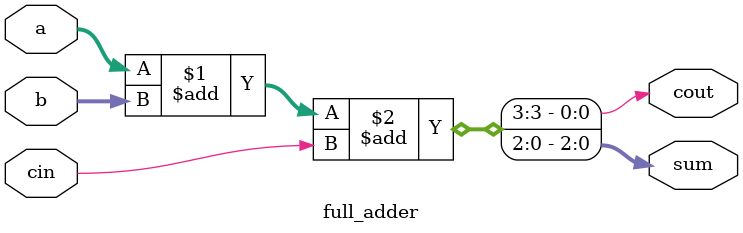
<source format=v>
module full_adder( 
    input [2:0] a, b,
    input cin,
    output cout,
    output [2:0] sum
);
	
// 请完成模块的设计
	
assign {cout, sum} = a + b + cin;	
endmodule

</source>
